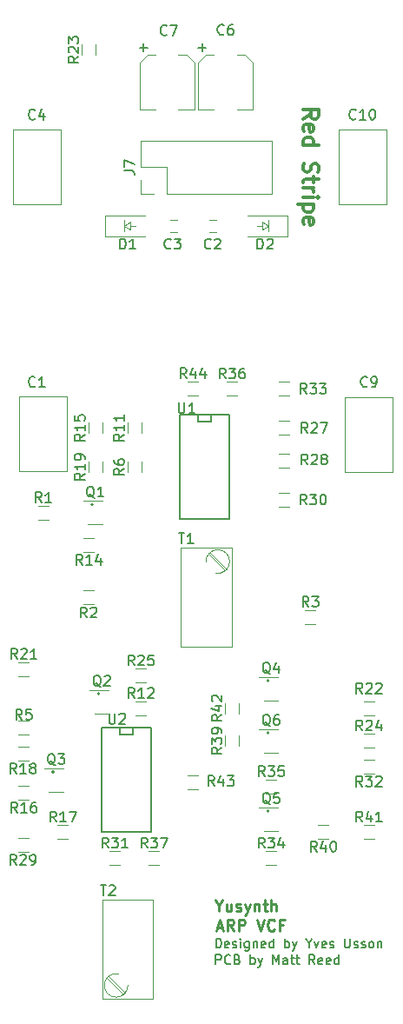
<source format=gto>
G04 #@! TF.FileFunction,Legend,Top*
%FSLAX46Y46*%
G04 Gerber Fmt 4.6, Leading zero omitted, Abs format (unit mm)*
G04 Created by KiCad (PCBNEW 4.0.6) date Tuesday, December 12, 2017 'AMt' 12:19:16 AM*
%MOMM*%
%LPD*%
G01*
G04 APERTURE LIST*
%ADD10C,0.100000*%
%ADD11C,0.180000*%
%ADD12C,0.240000*%
%ADD13C,0.300000*%
%ADD14C,0.120000*%
%ADD15C,0.150000*%
G04 APERTURE END LIST*
D10*
D11*
X176214286Y-158907143D02*
X176214286Y-158007143D01*
X176557143Y-158007143D01*
X176642857Y-158050000D01*
X176685714Y-158092857D01*
X176728571Y-158178571D01*
X176728571Y-158307143D01*
X176685714Y-158392857D01*
X176642857Y-158435714D01*
X176557143Y-158478571D01*
X176214286Y-158478571D01*
X177628571Y-158821429D02*
X177585714Y-158864286D01*
X177457143Y-158907143D01*
X177371429Y-158907143D01*
X177242857Y-158864286D01*
X177157143Y-158778571D01*
X177114286Y-158692857D01*
X177071429Y-158521429D01*
X177071429Y-158392857D01*
X177114286Y-158221429D01*
X177157143Y-158135714D01*
X177242857Y-158050000D01*
X177371429Y-158007143D01*
X177457143Y-158007143D01*
X177585714Y-158050000D01*
X177628571Y-158092857D01*
X178314286Y-158435714D02*
X178442857Y-158478571D01*
X178485714Y-158521429D01*
X178528571Y-158607143D01*
X178528571Y-158735714D01*
X178485714Y-158821429D01*
X178442857Y-158864286D01*
X178357143Y-158907143D01*
X178014286Y-158907143D01*
X178014286Y-158007143D01*
X178314286Y-158007143D01*
X178400000Y-158050000D01*
X178442857Y-158092857D01*
X178485714Y-158178571D01*
X178485714Y-158264286D01*
X178442857Y-158350000D01*
X178400000Y-158392857D01*
X178314286Y-158435714D01*
X178014286Y-158435714D01*
X179600000Y-158907143D02*
X179600000Y-158007143D01*
X179600000Y-158350000D02*
X179685714Y-158307143D01*
X179857143Y-158307143D01*
X179942857Y-158350000D01*
X179985714Y-158392857D01*
X180028571Y-158478571D01*
X180028571Y-158735714D01*
X179985714Y-158821429D01*
X179942857Y-158864286D01*
X179857143Y-158907143D01*
X179685714Y-158907143D01*
X179600000Y-158864286D01*
X180328571Y-158307143D02*
X180542857Y-158907143D01*
X180757143Y-158307143D02*
X180542857Y-158907143D01*
X180457143Y-159121429D01*
X180414286Y-159164286D01*
X180328571Y-159207143D01*
X181785714Y-158907143D02*
X181785714Y-158007143D01*
X182085714Y-158650000D01*
X182385714Y-158007143D01*
X182385714Y-158907143D01*
X183199999Y-158907143D02*
X183199999Y-158435714D01*
X183157142Y-158350000D01*
X183071428Y-158307143D01*
X182899999Y-158307143D01*
X182814285Y-158350000D01*
X183199999Y-158864286D02*
X183114285Y-158907143D01*
X182899999Y-158907143D01*
X182814285Y-158864286D01*
X182771428Y-158778571D01*
X182771428Y-158692857D01*
X182814285Y-158607143D01*
X182899999Y-158564286D01*
X183114285Y-158564286D01*
X183199999Y-158521429D01*
X183499999Y-158307143D02*
X183842856Y-158307143D01*
X183628571Y-158007143D02*
X183628571Y-158778571D01*
X183671428Y-158864286D01*
X183757142Y-158907143D01*
X183842856Y-158907143D01*
X184014285Y-158307143D02*
X184357142Y-158307143D01*
X184142857Y-158007143D02*
X184142857Y-158778571D01*
X184185714Y-158864286D01*
X184271428Y-158907143D01*
X184357142Y-158907143D01*
X185857142Y-158907143D02*
X185557142Y-158478571D01*
X185342857Y-158907143D02*
X185342857Y-158007143D01*
X185685714Y-158007143D01*
X185771428Y-158050000D01*
X185814285Y-158092857D01*
X185857142Y-158178571D01*
X185857142Y-158307143D01*
X185814285Y-158392857D01*
X185771428Y-158435714D01*
X185685714Y-158478571D01*
X185342857Y-158478571D01*
X186585714Y-158864286D02*
X186500000Y-158907143D01*
X186328571Y-158907143D01*
X186242857Y-158864286D01*
X186200000Y-158778571D01*
X186200000Y-158435714D01*
X186242857Y-158350000D01*
X186328571Y-158307143D01*
X186500000Y-158307143D01*
X186585714Y-158350000D01*
X186628571Y-158435714D01*
X186628571Y-158521429D01*
X186200000Y-158607143D01*
X187357143Y-158864286D02*
X187271429Y-158907143D01*
X187100000Y-158907143D01*
X187014286Y-158864286D01*
X186971429Y-158778571D01*
X186971429Y-158435714D01*
X187014286Y-158350000D01*
X187100000Y-158307143D01*
X187271429Y-158307143D01*
X187357143Y-158350000D01*
X187400000Y-158435714D01*
X187400000Y-158521429D01*
X186971429Y-158607143D01*
X188171429Y-158907143D02*
X188171429Y-158007143D01*
X188171429Y-158864286D02*
X188085715Y-158907143D01*
X187914286Y-158907143D01*
X187828572Y-158864286D01*
X187785715Y-158821429D01*
X187742858Y-158735714D01*
X187742858Y-158478571D01*
X187785715Y-158392857D01*
X187828572Y-158350000D01*
X187914286Y-158307143D01*
X188085715Y-158307143D01*
X188171429Y-158350000D01*
X176221429Y-157307143D02*
X176221429Y-156407143D01*
X176435714Y-156407143D01*
X176564286Y-156450000D01*
X176650000Y-156535714D01*
X176692857Y-156621429D01*
X176735714Y-156792857D01*
X176735714Y-156921429D01*
X176692857Y-157092857D01*
X176650000Y-157178571D01*
X176564286Y-157264286D01*
X176435714Y-157307143D01*
X176221429Y-157307143D01*
X177464286Y-157264286D02*
X177378572Y-157307143D01*
X177207143Y-157307143D01*
X177121429Y-157264286D01*
X177078572Y-157178571D01*
X177078572Y-156835714D01*
X177121429Y-156750000D01*
X177207143Y-156707143D01*
X177378572Y-156707143D01*
X177464286Y-156750000D01*
X177507143Y-156835714D01*
X177507143Y-156921429D01*
X177078572Y-157007143D01*
X177850001Y-157264286D02*
X177935715Y-157307143D01*
X178107143Y-157307143D01*
X178192858Y-157264286D01*
X178235715Y-157178571D01*
X178235715Y-157135714D01*
X178192858Y-157050000D01*
X178107143Y-157007143D01*
X177978572Y-157007143D01*
X177892858Y-156964286D01*
X177850001Y-156878571D01*
X177850001Y-156835714D01*
X177892858Y-156750000D01*
X177978572Y-156707143D01*
X178107143Y-156707143D01*
X178192858Y-156750000D01*
X178621429Y-157307143D02*
X178621429Y-156707143D01*
X178621429Y-156407143D02*
X178578572Y-156450000D01*
X178621429Y-156492857D01*
X178664286Y-156450000D01*
X178621429Y-156407143D01*
X178621429Y-156492857D01*
X179435714Y-156707143D02*
X179435714Y-157435714D01*
X179392857Y-157521429D01*
X179350000Y-157564286D01*
X179264285Y-157607143D01*
X179135714Y-157607143D01*
X179050000Y-157564286D01*
X179435714Y-157264286D02*
X179350000Y-157307143D01*
X179178571Y-157307143D01*
X179092857Y-157264286D01*
X179050000Y-157221429D01*
X179007143Y-157135714D01*
X179007143Y-156878571D01*
X179050000Y-156792857D01*
X179092857Y-156750000D01*
X179178571Y-156707143D01*
X179350000Y-156707143D01*
X179435714Y-156750000D01*
X179864286Y-156707143D02*
X179864286Y-157307143D01*
X179864286Y-156792857D02*
X179907143Y-156750000D01*
X179992857Y-156707143D01*
X180121429Y-156707143D01*
X180207143Y-156750000D01*
X180250000Y-156835714D01*
X180250000Y-157307143D01*
X181021429Y-157264286D02*
X180935715Y-157307143D01*
X180764286Y-157307143D01*
X180678572Y-157264286D01*
X180635715Y-157178571D01*
X180635715Y-156835714D01*
X180678572Y-156750000D01*
X180764286Y-156707143D01*
X180935715Y-156707143D01*
X181021429Y-156750000D01*
X181064286Y-156835714D01*
X181064286Y-156921429D01*
X180635715Y-157007143D01*
X181835715Y-157307143D02*
X181835715Y-156407143D01*
X181835715Y-157264286D02*
X181750001Y-157307143D01*
X181578572Y-157307143D01*
X181492858Y-157264286D01*
X181450001Y-157221429D01*
X181407144Y-157135714D01*
X181407144Y-156878571D01*
X181450001Y-156792857D01*
X181492858Y-156750000D01*
X181578572Y-156707143D01*
X181750001Y-156707143D01*
X181835715Y-156750000D01*
X182950001Y-157307143D02*
X182950001Y-156407143D01*
X182950001Y-156750000D02*
X183035715Y-156707143D01*
X183207144Y-156707143D01*
X183292858Y-156750000D01*
X183335715Y-156792857D01*
X183378572Y-156878571D01*
X183378572Y-157135714D01*
X183335715Y-157221429D01*
X183292858Y-157264286D01*
X183207144Y-157307143D01*
X183035715Y-157307143D01*
X182950001Y-157264286D01*
X183678572Y-156707143D02*
X183892858Y-157307143D01*
X184107144Y-156707143D02*
X183892858Y-157307143D01*
X183807144Y-157521429D01*
X183764287Y-157564286D01*
X183678572Y-157607143D01*
X185307143Y-156878571D02*
X185307143Y-157307143D01*
X185007143Y-156407143D02*
X185307143Y-156878571D01*
X185607143Y-156407143D01*
X185821429Y-156707143D02*
X186035715Y-157307143D01*
X186250001Y-156707143D01*
X186935715Y-157264286D02*
X186850001Y-157307143D01*
X186678572Y-157307143D01*
X186592858Y-157264286D01*
X186550001Y-157178571D01*
X186550001Y-156835714D01*
X186592858Y-156750000D01*
X186678572Y-156707143D01*
X186850001Y-156707143D01*
X186935715Y-156750000D01*
X186978572Y-156835714D01*
X186978572Y-156921429D01*
X186550001Y-157007143D01*
X187321430Y-157264286D02*
X187407144Y-157307143D01*
X187578572Y-157307143D01*
X187664287Y-157264286D01*
X187707144Y-157178571D01*
X187707144Y-157135714D01*
X187664287Y-157050000D01*
X187578572Y-157007143D01*
X187450001Y-157007143D01*
X187364287Y-156964286D01*
X187321430Y-156878571D01*
X187321430Y-156835714D01*
X187364287Y-156750000D01*
X187450001Y-156707143D01*
X187578572Y-156707143D01*
X187664287Y-156750000D01*
X188778572Y-156407143D02*
X188778572Y-157135714D01*
X188821429Y-157221429D01*
X188864286Y-157264286D01*
X188950000Y-157307143D01*
X189121429Y-157307143D01*
X189207143Y-157264286D01*
X189250000Y-157221429D01*
X189292857Y-157135714D01*
X189292857Y-156407143D01*
X189678572Y-157264286D02*
X189764286Y-157307143D01*
X189935714Y-157307143D01*
X190021429Y-157264286D01*
X190064286Y-157178571D01*
X190064286Y-157135714D01*
X190021429Y-157050000D01*
X189935714Y-157007143D01*
X189807143Y-157007143D01*
X189721429Y-156964286D01*
X189678572Y-156878571D01*
X189678572Y-156835714D01*
X189721429Y-156750000D01*
X189807143Y-156707143D01*
X189935714Y-156707143D01*
X190021429Y-156750000D01*
X190407143Y-157264286D02*
X190492857Y-157307143D01*
X190664285Y-157307143D01*
X190750000Y-157264286D01*
X190792857Y-157178571D01*
X190792857Y-157135714D01*
X190750000Y-157050000D01*
X190664285Y-157007143D01*
X190535714Y-157007143D01*
X190450000Y-156964286D01*
X190407143Y-156878571D01*
X190407143Y-156835714D01*
X190450000Y-156750000D01*
X190535714Y-156707143D01*
X190664285Y-156707143D01*
X190750000Y-156750000D01*
X191307142Y-157307143D02*
X191221428Y-157264286D01*
X191178571Y-157221429D01*
X191135714Y-157135714D01*
X191135714Y-156878571D01*
X191178571Y-156792857D01*
X191221428Y-156750000D01*
X191307142Y-156707143D01*
X191435714Y-156707143D01*
X191521428Y-156750000D01*
X191564285Y-156792857D01*
X191607142Y-156878571D01*
X191607142Y-157135714D01*
X191564285Y-157221429D01*
X191521428Y-157264286D01*
X191435714Y-157307143D01*
X191307142Y-157307143D01*
X191992857Y-156707143D02*
X191992857Y-157307143D01*
X191992857Y-156792857D02*
X192035714Y-156750000D01*
X192121428Y-156707143D01*
X192250000Y-156707143D01*
X192335714Y-156750000D01*
X192378571Y-156835714D01*
X192378571Y-157307143D01*
D12*
X176509525Y-153228810D02*
X176509525Y-153752619D01*
X176142858Y-152652619D02*
X176509525Y-153228810D01*
X176876191Y-152652619D01*
X177714286Y-153019286D02*
X177714286Y-153752619D01*
X177242858Y-153019286D02*
X177242858Y-153595476D01*
X177295239Y-153700238D01*
X177400001Y-153752619D01*
X177557143Y-153752619D01*
X177661905Y-153700238D01*
X177714286Y-153647857D01*
X178185715Y-153700238D02*
X178290477Y-153752619D01*
X178500001Y-153752619D01*
X178604762Y-153700238D01*
X178657143Y-153595476D01*
X178657143Y-153543095D01*
X178604762Y-153438333D01*
X178500001Y-153385952D01*
X178342858Y-153385952D01*
X178238096Y-153333571D01*
X178185715Y-153228810D01*
X178185715Y-153176429D01*
X178238096Y-153071667D01*
X178342858Y-153019286D01*
X178500001Y-153019286D01*
X178604762Y-153071667D01*
X179023810Y-153019286D02*
X179285715Y-153752619D01*
X179547619Y-153019286D02*
X179285715Y-153752619D01*
X179180953Y-154014524D01*
X179128572Y-154066905D01*
X179023810Y-154119286D01*
X179966667Y-153019286D02*
X179966667Y-153752619D01*
X179966667Y-153124048D02*
X180019048Y-153071667D01*
X180123810Y-153019286D01*
X180280952Y-153019286D01*
X180385714Y-153071667D01*
X180438095Y-153176429D01*
X180438095Y-153752619D01*
X180804762Y-153019286D02*
X181223810Y-153019286D01*
X180961905Y-152652619D02*
X180961905Y-153595476D01*
X181014286Y-153700238D01*
X181119048Y-153752619D01*
X181223810Y-153752619D01*
X181590476Y-153752619D02*
X181590476Y-152652619D01*
X182061904Y-153752619D02*
X182061904Y-153176429D01*
X182009523Y-153071667D01*
X181904761Y-153019286D01*
X181747619Y-153019286D01*
X181642857Y-153071667D01*
X181590476Y-153124048D01*
X176326191Y-155328333D02*
X176850000Y-155328333D01*
X176221429Y-155642619D02*
X176588096Y-154542619D01*
X176954762Y-155642619D01*
X177950000Y-155642619D02*
X177583334Y-155118810D01*
X177321429Y-155642619D02*
X177321429Y-154542619D01*
X177740476Y-154542619D01*
X177845238Y-154595000D01*
X177897619Y-154647381D01*
X177950000Y-154752143D01*
X177950000Y-154909286D01*
X177897619Y-155014048D01*
X177845238Y-155066429D01*
X177740476Y-155118810D01*
X177321429Y-155118810D01*
X178421429Y-155642619D02*
X178421429Y-154542619D01*
X178840476Y-154542619D01*
X178945238Y-154595000D01*
X178997619Y-154647381D01*
X179050000Y-154752143D01*
X179050000Y-154909286D01*
X178997619Y-155014048D01*
X178945238Y-155066429D01*
X178840476Y-155118810D01*
X178421429Y-155118810D01*
X180202381Y-154542619D02*
X180569048Y-155642619D01*
X180935714Y-154542619D01*
X181930952Y-155537857D02*
X181878571Y-155590238D01*
X181721428Y-155642619D01*
X181616666Y-155642619D01*
X181459524Y-155590238D01*
X181354762Y-155485476D01*
X181302381Y-155380714D01*
X181250000Y-155171190D01*
X181250000Y-155014048D01*
X181302381Y-154804524D01*
X181354762Y-154699762D01*
X181459524Y-154595000D01*
X181616666Y-154542619D01*
X181721428Y-154542619D01*
X181878571Y-154595000D01*
X181930952Y-154647381D01*
X182769047Y-155066429D02*
X182402381Y-155066429D01*
X182402381Y-155642619D02*
X182402381Y-154542619D01*
X182926190Y-154542619D01*
D13*
X184741429Y-76565715D02*
X185455714Y-76065715D01*
X184741429Y-75708572D02*
X186241429Y-75708572D01*
X186241429Y-76280000D01*
X186170000Y-76422858D01*
X186098571Y-76494286D01*
X185955714Y-76565715D01*
X185741429Y-76565715D01*
X185598571Y-76494286D01*
X185527143Y-76422858D01*
X185455714Y-76280000D01*
X185455714Y-75708572D01*
X184812857Y-77780000D02*
X184741429Y-77637143D01*
X184741429Y-77351429D01*
X184812857Y-77208572D01*
X184955714Y-77137143D01*
X185527143Y-77137143D01*
X185670000Y-77208572D01*
X185741429Y-77351429D01*
X185741429Y-77637143D01*
X185670000Y-77780000D01*
X185527143Y-77851429D01*
X185384286Y-77851429D01*
X185241429Y-77137143D01*
X184741429Y-79137143D02*
X186241429Y-79137143D01*
X184812857Y-79137143D02*
X184741429Y-78994286D01*
X184741429Y-78708572D01*
X184812857Y-78565714D01*
X184884286Y-78494286D01*
X185027143Y-78422857D01*
X185455714Y-78422857D01*
X185598571Y-78494286D01*
X185670000Y-78565714D01*
X185741429Y-78708572D01*
X185741429Y-78994286D01*
X185670000Y-79137143D01*
X184812857Y-80922857D02*
X184741429Y-81137143D01*
X184741429Y-81494286D01*
X184812857Y-81637143D01*
X184884286Y-81708572D01*
X185027143Y-81780000D01*
X185170000Y-81780000D01*
X185312857Y-81708572D01*
X185384286Y-81637143D01*
X185455714Y-81494286D01*
X185527143Y-81208572D01*
X185598571Y-81065714D01*
X185670000Y-80994286D01*
X185812857Y-80922857D01*
X185955714Y-80922857D01*
X186098571Y-80994286D01*
X186170000Y-81065714D01*
X186241429Y-81208572D01*
X186241429Y-81565714D01*
X186170000Y-81780000D01*
X185741429Y-82208571D02*
X185741429Y-82780000D01*
X186241429Y-82422857D02*
X184955714Y-82422857D01*
X184812857Y-82494285D01*
X184741429Y-82637143D01*
X184741429Y-82780000D01*
X184741429Y-83280000D02*
X185741429Y-83280000D01*
X185455714Y-83280000D02*
X185598571Y-83351428D01*
X185670000Y-83422857D01*
X185741429Y-83565714D01*
X185741429Y-83708571D01*
X184741429Y-84208571D02*
X185741429Y-84208571D01*
X186241429Y-84208571D02*
X186170000Y-84137142D01*
X186098571Y-84208571D01*
X186170000Y-84279999D01*
X186241429Y-84208571D01*
X186098571Y-84208571D01*
X185741429Y-84922857D02*
X184241429Y-84922857D01*
X185670000Y-84922857D02*
X185741429Y-85065714D01*
X185741429Y-85351428D01*
X185670000Y-85494285D01*
X185598571Y-85565714D01*
X185455714Y-85637143D01*
X185027143Y-85637143D01*
X184884286Y-85565714D01*
X184812857Y-85494285D01*
X184741429Y-85351428D01*
X184741429Y-85065714D01*
X184812857Y-84922857D01*
X184812857Y-86851428D02*
X184741429Y-86708571D01*
X184741429Y-86422857D01*
X184812857Y-86280000D01*
X184955714Y-86208571D01*
X185527143Y-86208571D01*
X185670000Y-86280000D01*
X185741429Y-86422857D01*
X185741429Y-86708571D01*
X185670000Y-86851428D01*
X185527143Y-86922857D01*
X185384286Y-86922857D01*
X185241429Y-86208571D01*
D14*
X175545000Y-86395000D02*
X176245000Y-86395000D01*
X176245000Y-87595000D02*
X175545000Y-87595000D01*
X172435000Y-87595000D02*
X171735000Y-87595000D01*
X171735000Y-86395000D02*
X172435000Y-86395000D01*
X174495000Y-75695000D02*
X176045000Y-75695000D01*
X179835000Y-75695000D02*
X178285000Y-75695000D01*
X179075000Y-70355000D02*
X178285000Y-70355000D01*
X175255000Y-70355000D02*
X176045000Y-70355000D01*
X179835000Y-75695000D02*
X179835000Y-71115000D01*
X179835000Y-71115000D02*
X179075000Y-70355000D01*
X175255000Y-70355000D02*
X174495000Y-71115000D01*
X174495000Y-71115000D02*
X174495000Y-75695000D01*
X168780000Y-75695000D02*
X170330000Y-75695000D01*
X174120000Y-75695000D02*
X172570000Y-75695000D01*
X173360000Y-70355000D02*
X172570000Y-70355000D01*
X169540000Y-70355000D02*
X170330000Y-70355000D01*
X174120000Y-75695000D02*
X174120000Y-71115000D01*
X174120000Y-71115000D02*
X173360000Y-70355000D01*
X169540000Y-70355000D02*
X168780000Y-71115000D01*
X168780000Y-71115000D02*
X168780000Y-75695000D01*
X159885000Y-115615000D02*
X158885000Y-115615000D01*
X158885000Y-114255000D02*
X159885000Y-114255000D01*
X164330000Y-123870000D02*
X163330000Y-123870000D01*
X163330000Y-122510000D02*
X164330000Y-122510000D01*
X185920000Y-125775000D02*
X184920000Y-125775000D01*
X184920000Y-124415000D02*
X185920000Y-124415000D01*
X157980000Y-136570000D02*
X156980000Y-136570000D01*
X156980000Y-135210000D02*
X157980000Y-135210000D01*
X168955000Y-109990000D02*
X168955000Y-110990000D01*
X167595000Y-110990000D02*
X167595000Y-109990000D01*
X167595000Y-107180000D02*
X167595000Y-106180000D01*
X168955000Y-106180000D02*
X168955000Y-107180000D01*
X169410000Y-134665000D02*
X168410000Y-134665000D01*
X168410000Y-133305000D02*
X169410000Y-133305000D01*
X163330000Y-117430000D02*
X164330000Y-117430000D01*
X164330000Y-118790000D02*
X163330000Y-118790000D01*
X163785000Y-107180000D02*
X163785000Y-106180000D01*
X165145000Y-106180000D02*
X165145000Y-107180000D01*
X156980000Y-141560000D02*
X157980000Y-141560000D01*
X157980000Y-142920000D02*
X156980000Y-142920000D01*
X161790000Y-146730000D02*
X160790000Y-146730000D01*
X160790000Y-145370000D02*
X161790000Y-145370000D01*
X157980000Y-139110000D02*
X156980000Y-139110000D01*
X156980000Y-137750000D02*
X157980000Y-137750000D01*
X163785000Y-110990000D02*
X163785000Y-109990000D01*
X165145000Y-109990000D02*
X165145000Y-110990000D01*
X157980000Y-130855000D02*
X156980000Y-130855000D01*
X156980000Y-129495000D02*
X157980000Y-129495000D01*
X190635000Y-133305000D02*
X191635000Y-133305000D01*
X191635000Y-134665000D02*
X190635000Y-134665000D01*
X164510000Y-69350000D02*
X164510000Y-70350000D01*
X163150000Y-70350000D02*
X163150000Y-69350000D01*
X191635000Y-137840000D02*
X190635000Y-137840000D01*
X190635000Y-136480000D02*
X191635000Y-136480000D01*
X169410000Y-131490000D02*
X168410000Y-131490000D01*
X168410000Y-130130000D02*
X169410000Y-130130000D01*
X183380000Y-107360000D02*
X182380000Y-107360000D01*
X182380000Y-106000000D02*
X183380000Y-106000000D01*
X182380000Y-109175000D02*
X183380000Y-109175000D01*
X183380000Y-110535000D02*
X182380000Y-110535000D01*
X157980000Y-148000000D02*
X156980000Y-148000000D01*
X156980000Y-146640000D02*
X157980000Y-146640000D01*
X182380000Y-112985000D02*
X183380000Y-112985000D01*
X183380000Y-114345000D02*
X182380000Y-114345000D01*
X166870000Y-149270000D02*
X165870000Y-149270000D01*
X165870000Y-147910000D02*
X166870000Y-147910000D01*
X190635000Y-139020000D02*
X191635000Y-139020000D01*
X191635000Y-140380000D02*
X190635000Y-140380000D01*
X183380000Y-103550000D02*
X182380000Y-103550000D01*
X182380000Y-102190000D02*
X183380000Y-102190000D01*
X182110000Y-149270000D02*
X181110000Y-149270000D01*
X181110000Y-147910000D02*
X182110000Y-147910000D01*
X182110000Y-142285000D02*
X181110000Y-142285000D01*
X181110000Y-140925000D02*
X182110000Y-140925000D01*
X178300000Y-103550000D02*
X177300000Y-103550000D01*
X177300000Y-102190000D02*
X178300000Y-102190000D01*
X170680000Y-149270000D02*
X169680000Y-149270000D01*
X169680000Y-147910000D02*
X170680000Y-147910000D01*
X178480000Y-136660000D02*
X178480000Y-137660000D01*
X177120000Y-137660000D02*
X177120000Y-136660000D01*
X186190000Y-145370000D02*
X187190000Y-145370000D01*
X187190000Y-146730000D02*
X186190000Y-146730000D01*
X191635000Y-146730000D02*
X190635000Y-146730000D01*
X190635000Y-145370000D02*
X191635000Y-145370000D01*
X178480000Y-133485000D02*
X178480000Y-134485000D01*
X177120000Y-134485000D02*
X177120000Y-133485000D01*
X174490000Y-141850000D02*
X173490000Y-141850000D01*
X173490000Y-140490000D02*
X174490000Y-140490000D01*
X175255704Y-119735309D02*
G75*
G02X177565000Y-119695000I1154296J40309D01*
G01*
X177564052Y-119674879D02*
G75*
G02X176170000Y-120824000I-1154052J-20121D01*
G01*
X172790000Y-128015000D02*
X172790000Y-118365000D01*
X177741000Y-128015000D02*
X177741000Y-118365000D01*
X172790000Y-128015000D02*
X177741000Y-128015000D01*
X172790000Y-118365000D02*
X177741000Y-118365000D01*
X175676000Y-118819000D02*
X177286000Y-120430000D01*
X175535000Y-118959000D02*
X177145000Y-120571000D01*
X167644296Y-160934691D02*
G75*
G02X165335000Y-160975000I-1154296J-40309D01*
G01*
X165335948Y-160995121D02*
G75*
G02X166730000Y-159846000I1154052J20121D01*
G01*
X170110000Y-152655000D02*
X170110000Y-162305000D01*
X165159000Y-152655000D02*
X165159000Y-162305000D01*
X170110000Y-152655000D02*
X165159000Y-152655000D01*
X170110000Y-162305000D02*
X165159000Y-162305000D01*
X167224000Y-161851000D02*
X165614000Y-160240000D01*
X167365000Y-161711000D02*
X165755000Y-160099000D01*
D15*
X177546000Y-115570000D02*
X172720000Y-115570000D01*
X172720000Y-115570000D02*
X172720000Y-105410000D01*
X172720000Y-105410000D02*
X177546000Y-105410000D01*
X177546000Y-105410000D02*
X177546000Y-115570000D01*
X175768000Y-105410000D02*
X175768000Y-106045000D01*
X175768000Y-106045000D02*
X174498000Y-106045000D01*
X174498000Y-106045000D02*
X174498000Y-105410000D01*
X169926000Y-146050000D02*
X165100000Y-146050000D01*
X165100000Y-146050000D02*
X165100000Y-135890000D01*
X165100000Y-135890000D02*
X169926000Y-135890000D01*
X169926000Y-135890000D02*
X169926000Y-146050000D01*
X168148000Y-135890000D02*
X168148000Y-136525000D01*
X168148000Y-136525000D02*
X166878000Y-136525000D01*
X166878000Y-136525000D02*
X166878000Y-135890000D01*
D14*
X181670000Y-83880000D02*
X181670000Y-78680000D01*
X171450000Y-83880000D02*
X181670000Y-83880000D01*
X168850000Y-78680000D02*
X181670000Y-78680000D01*
X171450000Y-83880000D02*
X171450000Y-81280000D01*
X171450000Y-81280000D02*
X168850000Y-81280000D01*
X168850000Y-81280000D02*
X168850000Y-78680000D01*
X170180000Y-83880000D02*
X168850000Y-83880000D01*
X168850000Y-83880000D02*
X168850000Y-82550000D01*
X161695000Y-103615000D02*
X161695000Y-110935000D01*
X157075000Y-103615000D02*
X157075000Y-110935000D01*
X161695000Y-103615000D02*
X157075000Y-103615000D01*
X161695000Y-110935000D02*
X157075000Y-110935000D01*
X161060000Y-77580000D02*
X161060000Y-84900000D01*
X156440000Y-77580000D02*
X156440000Y-84900000D01*
X161060000Y-77580000D02*
X156440000Y-77580000D01*
X161060000Y-84900000D02*
X156440000Y-84900000D01*
X188825000Y-111015000D02*
X188825000Y-103695000D01*
X193445000Y-111015000D02*
X193445000Y-103695000D01*
X188825000Y-111015000D02*
X193445000Y-111015000D01*
X188825000Y-103695000D02*
X193445000Y-103695000D01*
X192810000Y-77580000D02*
X192810000Y-84900000D01*
X188190000Y-77580000D02*
X188190000Y-84900000D01*
X192810000Y-77580000D02*
X188190000Y-77580000D01*
X192810000Y-84900000D02*
X188190000Y-84900000D01*
X173490000Y-102190000D02*
X174490000Y-102190000D01*
X174490000Y-103550000D02*
X173490000Y-103550000D01*
X183225000Y-87995000D02*
X183225000Y-85995000D01*
D10*
X180725000Y-86995000D02*
X180225000Y-86995000D01*
X180725000Y-86595000D02*
X181325000Y-86995000D01*
X180725000Y-87395000D02*
X180725000Y-86595000D01*
X181325000Y-86995000D02*
X180725000Y-87395000D01*
X181325000Y-86995000D02*
X181325000Y-86445000D01*
X181325000Y-86995000D02*
X181325000Y-87545000D01*
D14*
X183225000Y-85995000D02*
X179325000Y-85995000D01*
X183225000Y-87995000D02*
X179325000Y-87995000D01*
X165390000Y-85995000D02*
X165390000Y-87995000D01*
D10*
X167890000Y-86995000D02*
X168390000Y-86995000D01*
X167890000Y-87395000D02*
X167290000Y-86995000D01*
X167890000Y-86595000D02*
X167890000Y-87395000D01*
X167290000Y-86995000D02*
X167890000Y-86595000D01*
X167290000Y-86995000D02*
X167290000Y-87545000D01*
X167290000Y-86995000D02*
X167290000Y-86445000D01*
D14*
X165390000Y-87995000D02*
X169290000Y-87995000D01*
X165390000Y-85995000D02*
X169290000Y-85995000D01*
D15*
X181397580Y-136376740D02*
G75*
G03X181397580Y-136376740I-100000J0D01*
G01*
D14*
X182310000Y-136000000D02*
X180410000Y-136000000D01*
X180910000Y-138320000D02*
X182310000Y-138320000D01*
D15*
X181397580Y-143996740D02*
G75*
G03X181397580Y-143996740I-100000J0D01*
G01*
D14*
X182310000Y-143620000D02*
X180410000Y-143620000D01*
X180910000Y-145940000D02*
X182310000Y-145940000D01*
D15*
X181397580Y-131296740D02*
G75*
G03X181397580Y-131296740I-100000J0D01*
G01*
D14*
X182310000Y-130920000D02*
X180410000Y-130920000D01*
X180910000Y-133240000D02*
X182310000Y-133240000D01*
D15*
X160442580Y-140186740D02*
G75*
G03X160442580Y-140186740I-100000J0D01*
G01*
D14*
X161355000Y-139810000D02*
X159455000Y-139810000D01*
X159955000Y-142130000D02*
X161355000Y-142130000D01*
D15*
X164887580Y-132566740D02*
G75*
G03X164887580Y-132566740I-100000J0D01*
G01*
D14*
X165800000Y-132190000D02*
X163900000Y-132190000D01*
X164400000Y-134510000D02*
X165800000Y-134510000D01*
D15*
X164252580Y-114151740D02*
G75*
G03X164252580Y-114151740I-100000J0D01*
G01*
D14*
X165165000Y-113775000D02*
X163265000Y-113775000D01*
X163765000Y-116095000D02*
X165165000Y-116095000D01*
D15*
X175733334Y-89157143D02*
X175685715Y-89204762D01*
X175542858Y-89252381D01*
X175447620Y-89252381D01*
X175304762Y-89204762D01*
X175209524Y-89109524D01*
X175161905Y-89014286D01*
X175114286Y-88823810D01*
X175114286Y-88680952D01*
X175161905Y-88490476D01*
X175209524Y-88395238D01*
X175304762Y-88300000D01*
X175447620Y-88252381D01*
X175542858Y-88252381D01*
X175685715Y-88300000D01*
X175733334Y-88347619D01*
X176114286Y-88347619D02*
X176161905Y-88300000D01*
X176257143Y-88252381D01*
X176495239Y-88252381D01*
X176590477Y-88300000D01*
X176638096Y-88347619D01*
X176685715Y-88442857D01*
X176685715Y-88538095D01*
X176638096Y-88680952D01*
X176066667Y-89252381D01*
X176685715Y-89252381D01*
X171833334Y-89157143D02*
X171785715Y-89204762D01*
X171642858Y-89252381D01*
X171547620Y-89252381D01*
X171404762Y-89204762D01*
X171309524Y-89109524D01*
X171261905Y-89014286D01*
X171214286Y-88823810D01*
X171214286Y-88680952D01*
X171261905Y-88490476D01*
X171309524Y-88395238D01*
X171404762Y-88300000D01*
X171547620Y-88252381D01*
X171642858Y-88252381D01*
X171785715Y-88300000D01*
X171833334Y-88347619D01*
X172166667Y-88252381D02*
X172785715Y-88252381D01*
X172452381Y-88633333D01*
X172595239Y-88633333D01*
X172690477Y-88680952D01*
X172738096Y-88728571D01*
X172785715Y-88823810D01*
X172785715Y-89061905D01*
X172738096Y-89157143D01*
X172690477Y-89204762D01*
X172595239Y-89252381D01*
X172309524Y-89252381D01*
X172214286Y-89204762D01*
X172166667Y-89157143D01*
X176998334Y-68302143D02*
X176950715Y-68349762D01*
X176807858Y-68397381D01*
X176712620Y-68397381D01*
X176569762Y-68349762D01*
X176474524Y-68254524D01*
X176426905Y-68159286D01*
X176379286Y-67968810D01*
X176379286Y-67825952D01*
X176426905Y-67635476D01*
X176474524Y-67540238D01*
X176569762Y-67445000D01*
X176712620Y-67397381D01*
X176807858Y-67397381D01*
X176950715Y-67445000D01*
X176998334Y-67492619D01*
X177855477Y-67397381D02*
X177665000Y-67397381D01*
X177569762Y-67445000D01*
X177522143Y-67492619D01*
X177426905Y-67635476D01*
X177379286Y-67825952D01*
X177379286Y-68206905D01*
X177426905Y-68302143D01*
X177474524Y-68349762D01*
X177569762Y-68397381D01*
X177760239Y-68397381D01*
X177855477Y-68349762D01*
X177903096Y-68302143D01*
X177950715Y-68206905D01*
X177950715Y-67968810D01*
X177903096Y-67873571D01*
X177855477Y-67825952D01*
X177760239Y-67778333D01*
X177569762Y-67778333D01*
X177474524Y-67825952D01*
X177426905Y-67873571D01*
X177379286Y-67968810D01*
X174876429Y-70025952D02*
X174876429Y-69264047D01*
X175257381Y-69644999D02*
X174495476Y-69644999D01*
X171433334Y-68357143D02*
X171385715Y-68404762D01*
X171242858Y-68452381D01*
X171147620Y-68452381D01*
X171004762Y-68404762D01*
X170909524Y-68309524D01*
X170861905Y-68214286D01*
X170814286Y-68023810D01*
X170814286Y-67880952D01*
X170861905Y-67690476D01*
X170909524Y-67595238D01*
X171004762Y-67500000D01*
X171147620Y-67452381D01*
X171242858Y-67452381D01*
X171385715Y-67500000D01*
X171433334Y-67547619D01*
X171766667Y-67452381D02*
X172433334Y-67452381D01*
X172004762Y-68452381D01*
X169161429Y-70025952D02*
X169161429Y-69264047D01*
X169542381Y-69644999D02*
X168780476Y-69644999D01*
X159218334Y-113937381D02*
X158885000Y-113461190D01*
X158646905Y-113937381D02*
X158646905Y-112937381D01*
X159027858Y-112937381D01*
X159123096Y-112985000D01*
X159170715Y-113032619D01*
X159218334Y-113127857D01*
X159218334Y-113270714D01*
X159170715Y-113365952D01*
X159123096Y-113413571D01*
X159027858Y-113461190D01*
X158646905Y-113461190D01*
X160170715Y-113937381D02*
X159599286Y-113937381D01*
X159885000Y-113937381D02*
X159885000Y-112937381D01*
X159789762Y-113080238D01*
X159694524Y-113175476D01*
X159599286Y-113223095D01*
X163633334Y-125152381D02*
X163300000Y-124676190D01*
X163061905Y-125152381D02*
X163061905Y-124152381D01*
X163442858Y-124152381D01*
X163538096Y-124200000D01*
X163585715Y-124247619D01*
X163633334Y-124342857D01*
X163633334Y-124485714D01*
X163585715Y-124580952D01*
X163538096Y-124628571D01*
X163442858Y-124676190D01*
X163061905Y-124676190D01*
X164014286Y-124247619D02*
X164061905Y-124200000D01*
X164157143Y-124152381D01*
X164395239Y-124152381D01*
X164490477Y-124200000D01*
X164538096Y-124247619D01*
X164585715Y-124342857D01*
X164585715Y-124438095D01*
X164538096Y-124580952D01*
X163966667Y-125152381D01*
X164585715Y-125152381D01*
X185253334Y-124097381D02*
X184920000Y-123621190D01*
X184681905Y-124097381D02*
X184681905Y-123097381D01*
X185062858Y-123097381D01*
X185158096Y-123145000D01*
X185205715Y-123192619D01*
X185253334Y-123287857D01*
X185253334Y-123430714D01*
X185205715Y-123525952D01*
X185158096Y-123573571D01*
X185062858Y-123621190D01*
X184681905Y-123621190D01*
X185586667Y-123097381D02*
X186205715Y-123097381D01*
X185872381Y-123478333D01*
X186015239Y-123478333D01*
X186110477Y-123525952D01*
X186158096Y-123573571D01*
X186205715Y-123668810D01*
X186205715Y-123906905D01*
X186158096Y-124002143D01*
X186110477Y-124049762D01*
X186015239Y-124097381D01*
X185729524Y-124097381D01*
X185634286Y-124049762D01*
X185586667Y-124002143D01*
X157313334Y-135092381D02*
X156980000Y-134616190D01*
X156741905Y-135092381D02*
X156741905Y-134092381D01*
X157122858Y-134092381D01*
X157218096Y-134140000D01*
X157265715Y-134187619D01*
X157313334Y-134282857D01*
X157313334Y-134425714D01*
X157265715Y-134520952D01*
X157218096Y-134568571D01*
X157122858Y-134616190D01*
X156741905Y-134616190D01*
X158218096Y-134092381D02*
X157741905Y-134092381D01*
X157694286Y-134568571D01*
X157741905Y-134520952D01*
X157837143Y-134473333D01*
X158075239Y-134473333D01*
X158170477Y-134520952D01*
X158218096Y-134568571D01*
X158265715Y-134663810D01*
X158265715Y-134901905D01*
X158218096Y-134997143D01*
X158170477Y-135044762D01*
X158075239Y-135092381D01*
X157837143Y-135092381D01*
X157741905Y-135044762D01*
X157694286Y-134997143D01*
X167277381Y-110656666D02*
X166801190Y-110990000D01*
X167277381Y-111228095D02*
X166277381Y-111228095D01*
X166277381Y-110847142D01*
X166325000Y-110751904D01*
X166372619Y-110704285D01*
X166467857Y-110656666D01*
X166610714Y-110656666D01*
X166705952Y-110704285D01*
X166753571Y-110751904D01*
X166801190Y-110847142D01*
X166801190Y-111228095D01*
X166277381Y-109799523D02*
X166277381Y-109990000D01*
X166325000Y-110085238D01*
X166372619Y-110132857D01*
X166515476Y-110228095D01*
X166705952Y-110275714D01*
X167086905Y-110275714D01*
X167182143Y-110228095D01*
X167229762Y-110180476D01*
X167277381Y-110085238D01*
X167277381Y-109894761D01*
X167229762Y-109799523D01*
X167182143Y-109751904D01*
X167086905Y-109704285D01*
X166848810Y-109704285D01*
X166753571Y-109751904D01*
X166705952Y-109799523D01*
X166658333Y-109894761D01*
X166658333Y-110085238D01*
X166705952Y-110180476D01*
X166753571Y-110228095D01*
X166848810Y-110275714D01*
X167257381Y-107322857D02*
X166781190Y-107656191D01*
X167257381Y-107894286D02*
X166257381Y-107894286D01*
X166257381Y-107513333D01*
X166305000Y-107418095D01*
X166352619Y-107370476D01*
X166447857Y-107322857D01*
X166590714Y-107322857D01*
X166685952Y-107370476D01*
X166733571Y-107418095D01*
X166781190Y-107513333D01*
X166781190Y-107894286D01*
X167257381Y-106370476D02*
X167257381Y-106941905D01*
X167257381Y-106656191D02*
X166257381Y-106656191D01*
X166400238Y-106751429D01*
X166495476Y-106846667D01*
X166543095Y-106941905D01*
X167257381Y-105418095D02*
X167257381Y-105989524D01*
X167257381Y-105703810D02*
X166257381Y-105703810D01*
X166400238Y-105799048D01*
X166495476Y-105894286D01*
X166543095Y-105989524D01*
X168267143Y-132987381D02*
X167933809Y-132511190D01*
X167695714Y-132987381D02*
X167695714Y-131987381D01*
X168076667Y-131987381D01*
X168171905Y-132035000D01*
X168219524Y-132082619D01*
X168267143Y-132177857D01*
X168267143Y-132320714D01*
X168219524Y-132415952D01*
X168171905Y-132463571D01*
X168076667Y-132511190D01*
X167695714Y-132511190D01*
X169219524Y-132987381D02*
X168648095Y-132987381D01*
X168933809Y-132987381D02*
X168933809Y-131987381D01*
X168838571Y-132130238D01*
X168743333Y-132225476D01*
X168648095Y-132273095D01*
X169600476Y-132082619D02*
X169648095Y-132035000D01*
X169743333Y-131987381D01*
X169981429Y-131987381D01*
X170076667Y-132035000D01*
X170124286Y-132082619D01*
X170171905Y-132177857D01*
X170171905Y-132273095D01*
X170124286Y-132415952D01*
X169552857Y-132987381D01*
X170171905Y-132987381D01*
X163187143Y-120012381D02*
X162853809Y-119536190D01*
X162615714Y-120012381D02*
X162615714Y-119012381D01*
X162996667Y-119012381D01*
X163091905Y-119060000D01*
X163139524Y-119107619D01*
X163187143Y-119202857D01*
X163187143Y-119345714D01*
X163139524Y-119440952D01*
X163091905Y-119488571D01*
X162996667Y-119536190D01*
X162615714Y-119536190D01*
X164139524Y-120012381D02*
X163568095Y-120012381D01*
X163853809Y-120012381D02*
X163853809Y-119012381D01*
X163758571Y-119155238D01*
X163663333Y-119250476D01*
X163568095Y-119298095D01*
X164996667Y-119345714D02*
X164996667Y-120012381D01*
X164758571Y-118964762D02*
X164520476Y-119679048D01*
X165139524Y-119679048D01*
X163447381Y-107322857D02*
X162971190Y-107656191D01*
X163447381Y-107894286D02*
X162447381Y-107894286D01*
X162447381Y-107513333D01*
X162495000Y-107418095D01*
X162542619Y-107370476D01*
X162637857Y-107322857D01*
X162780714Y-107322857D01*
X162875952Y-107370476D01*
X162923571Y-107418095D01*
X162971190Y-107513333D01*
X162971190Y-107894286D01*
X163447381Y-106370476D02*
X163447381Y-106941905D01*
X163447381Y-106656191D02*
X162447381Y-106656191D01*
X162590238Y-106751429D01*
X162685476Y-106846667D01*
X162733095Y-106941905D01*
X162447381Y-105465714D02*
X162447381Y-105941905D01*
X162923571Y-105989524D01*
X162875952Y-105941905D01*
X162828333Y-105846667D01*
X162828333Y-105608571D01*
X162875952Y-105513333D01*
X162923571Y-105465714D01*
X163018810Y-105418095D01*
X163256905Y-105418095D01*
X163352143Y-105465714D01*
X163399762Y-105513333D01*
X163447381Y-105608571D01*
X163447381Y-105846667D01*
X163399762Y-105941905D01*
X163352143Y-105989524D01*
X156837143Y-144142381D02*
X156503809Y-143666190D01*
X156265714Y-144142381D02*
X156265714Y-143142381D01*
X156646667Y-143142381D01*
X156741905Y-143190000D01*
X156789524Y-143237619D01*
X156837143Y-143332857D01*
X156837143Y-143475714D01*
X156789524Y-143570952D01*
X156741905Y-143618571D01*
X156646667Y-143666190D01*
X156265714Y-143666190D01*
X157789524Y-144142381D02*
X157218095Y-144142381D01*
X157503809Y-144142381D02*
X157503809Y-143142381D01*
X157408571Y-143285238D01*
X157313333Y-143380476D01*
X157218095Y-143428095D01*
X158646667Y-143142381D02*
X158456190Y-143142381D01*
X158360952Y-143190000D01*
X158313333Y-143237619D01*
X158218095Y-143380476D01*
X158170476Y-143570952D01*
X158170476Y-143951905D01*
X158218095Y-144047143D01*
X158265714Y-144094762D01*
X158360952Y-144142381D01*
X158551429Y-144142381D01*
X158646667Y-144094762D01*
X158694286Y-144047143D01*
X158741905Y-143951905D01*
X158741905Y-143713810D01*
X158694286Y-143618571D01*
X158646667Y-143570952D01*
X158551429Y-143523333D01*
X158360952Y-143523333D01*
X158265714Y-143570952D01*
X158218095Y-143618571D01*
X158170476Y-143713810D01*
X160647143Y-145052381D02*
X160313809Y-144576190D01*
X160075714Y-145052381D02*
X160075714Y-144052381D01*
X160456667Y-144052381D01*
X160551905Y-144100000D01*
X160599524Y-144147619D01*
X160647143Y-144242857D01*
X160647143Y-144385714D01*
X160599524Y-144480952D01*
X160551905Y-144528571D01*
X160456667Y-144576190D01*
X160075714Y-144576190D01*
X161599524Y-145052381D02*
X161028095Y-145052381D01*
X161313809Y-145052381D02*
X161313809Y-144052381D01*
X161218571Y-144195238D01*
X161123333Y-144290476D01*
X161028095Y-144338095D01*
X161932857Y-144052381D02*
X162599524Y-144052381D01*
X162170952Y-145052381D01*
X156757143Y-140352381D02*
X156423809Y-139876190D01*
X156185714Y-140352381D02*
X156185714Y-139352381D01*
X156566667Y-139352381D01*
X156661905Y-139400000D01*
X156709524Y-139447619D01*
X156757143Y-139542857D01*
X156757143Y-139685714D01*
X156709524Y-139780952D01*
X156661905Y-139828571D01*
X156566667Y-139876190D01*
X156185714Y-139876190D01*
X157709524Y-140352381D02*
X157138095Y-140352381D01*
X157423809Y-140352381D02*
X157423809Y-139352381D01*
X157328571Y-139495238D01*
X157233333Y-139590476D01*
X157138095Y-139638095D01*
X158280952Y-139780952D02*
X158185714Y-139733333D01*
X158138095Y-139685714D01*
X158090476Y-139590476D01*
X158090476Y-139542857D01*
X158138095Y-139447619D01*
X158185714Y-139400000D01*
X158280952Y-139352381D01*
X158471429Y-139352381D01*
X158566667Y-139400000D01*
X158614286Y-139447619D01*
X158661905Y-139542857D01*
X158661905Y-139590476D01*
X158614286Y-139685714D01*
X158566667Y-139733333D01*
X158471429Y-139780952D01*
X158280952Y-139780952D01*
X158185714Y-139828571D01*
X158138095Y-139876190D01*
X158090476Y-139971429D01*
X158090476Y-140161905D01*
X158138095Y-140257143D01*
X158185714Y-140304762D01*
X158280952Y-140352381D01*
X158471429Y-140352381D01*
X158566667Y-140304762D01*
X158614286Y-140257143D01*
X158661905Y-140161905D01*
X158661905Y-139971429D01*
X158614286Y-139876190D01*
X158566667Y-139828571D01*
X158471429Y-139780952D01*
X163447381Y-111132857D02*
X162971190Y-111466191D01*
X163447381Y-111704286D02*
X162447381Y-111704286D01*
X162447381Y-111323333D01*
X162495000Y-111228095D01*
X162542619Y-111180476D01*
X162637857Y-111132857D01*
X162780714Y-111132857D01*
X162875952Y-111180476D01*
X162923571Y-111228095D01*
X162971190Y-111323333D01*
X162971190Y-111704286D01*
X163447381Y-110180476D02*
X163447381Y-110751905D01*
X163447381Y-110466191D02*
X162447381Y-110466191D01*
X162590238Y-110561429D01*
X162685476Y-110656667D01*
X162733095Y-110751905D01*
X163447381Y-109704286D02*
X163447381Y-109513810D01*
X163399762Y-109418571D01*
X163352143Y-109370952D01*
X163209286Y-109275714D01*
X163018810Y-109228095D01*
X162637857Y-109228095D01*
X162542619Y-109275714D01*
X162495000Y-109323333D01*
X162447381Y-109418571D01*
X162447381Y-109609048D01*
X162495000Y-109704286D01*
X162542619Y-109751905D01*
X162637857Y-109799524D01*
X162875952Y-109799524D01*
X162971190Y-109751905D01*
X163018810Y-109704286D01*
X163066429Y-109609048D01*
X163066429Y-109418571D01*
X163018810Y-109323333D01*
X162971190Y-109275714D01*
X162875952Y-109228095D01*
X156837143Y-129177381D02*
X156503809Y-128701190D01*
X156265714Y-129177381D02*
X156265714Y-128177381D01*
X156646667Y-128177381D01*
X156741905Y-128225000D01*
X156789524Y-128272619D01*
X156837143Y-128367857D01*
X156837143Y-128510714D01*
X156789524Y-128605952D01*
X156741905Y-128653571D01*
X156646667Y-128701190D01*
X156265714Y-128701190D01*
X157218095Y-128272619D02*
X157265714Y-128225000D01*
X157360952Y-128177381D01*
X157599048Y-128177381D01*
X157694286Y-128225000D01*
X157741905Y-128272619D01*
X157789524Y-128367857D01*
X157789524Y-128463095D01*
X157741905Y-128605952D01*
X157170476Y-129177381D01*
X157789524Y-129177381D01*
X158741905Y-129177381D02*
X158170476Y-129177381D01*
X158456190Y-129177381D02*
X158456190Y-128177381D01*
X158360952Y-128320238D01*
X158265714Y-128415476D01*
X158170476Y-128463095D01*
X190492143Y-132532381D02*
X190158809Y-132056190D01*
X189920714Y-132532381D02*
X189920714Y-131532381D01*
X190301667Y-131532381D01*
X190396905Y-131580000D01*
X190444524Y-131627619D01*
X190492143Y-131722857D01*
X190492143Y-131865714D01*
X190444524Y-131960952D01*
X190396905Y-132008571D01*
X190301667Y-132056190D01*
X189920714Y-132056190D01*
X190873095Y-131627619D02*
X190920714Y-131580000D01*
X191015952Y-131532381D01*
X191254048Y-131532381D01*
X191349286Y-131580000D01*
X191396905Y-131627619D01*
X191444524Y-131722857D01*
X191444524Y-131818095D01*
X191396905Y-131960952D01*
X190825476Y-132532381D01*
X191444524Y-132532381D01*
X191825476Y-131627619D02*
X191873095Y-131580000D01*
X191968333Y-131532381D01*
X192206429Y-131532381D01*
X192301667Y-131580000D01*
X192349286Y-131627619D01*
X192396905Y-131722857D01*
X192396905Y-131818095D01*
X192349286Y-131960952D01*
X191777857Y-132532381D01*
X192396905Y-132532381D01*
X162832381Y-70492857D02*
X162356190Y-70826191D01*
X162832381Y-71064286D02*
X161832381Y-71064286D01*
X161832381Y-70683333D01*
X161880000Y-70588095D01*
X161927619Y-70540476D01*
X162022857Y-70492857D01*
X162165714Y-70492857D01*
X162260952Y-70540476D01*
X162308571Y-70588095D01*
X162356190Y-70683333D01*
X162356190Y-71064286D01*
X161927619Y-70111905D02*
X161880000Y-70064286D01*
X161832381Y-69969048D01*
X161832381Y-69730952D01*
X161880000Y-69635714D01*
X161927619Y-69588095D01*
X162022857Y-69540476D01*
X162118095Y-69540476D01*
X162260952Y-69588095D01*
X162832381Y-70159524D01*
X162832381Y-69540476D01*
X161832381Y-69207143D02*
X161832381Y-68588095D01*
X162213333Y-68921429D01*
X162213333Y-68778571D01*
X162260952Y-68683333D01*
X162308571Y-68635714D01*
X162403810Y-68588095D01*
X162641905Y-68588095D01*
X162737143Y-68635714D01*
X162784762Y-68683333D01*
X162832381Y-68778571D01*
X162832381Y-69064286D01*
X162784762Y-69159524D01*
X162737143Y-69207143D01*
X190492143Y-136162381D02*
X190158809Y-135686190D01*
X189920714Y-136162381D02*
X189920714Y-135162381D01*
X190301667Y-135162381D01*
X190396905Y-135210000D01*
X190444524Y-135257619D01*
X190492143Y-135352857D01*
X190492143Y-135495714D01*
X190444524Y-135590952D01*
X190396905Y-135638571D01*
X190301667Y-135686190D01*
X189920714Y-135686190D01*
X190873095Y-135257619D02*
X190920714Y-135210000D01*
X191015952Y-135162381D01*
X191254048Y-135162381D01*
X191349286Y-135210000D01*
X191396905Y-135257619D01*
X191444524Y-135352857D01*
X191444524Y-135448095D01*
X191396905Y-135590952D01*
X190825476Y-136162381D01*
X191444524Y-136162381D01*
X192301667Y-135495714D02*
X192301667Y-136162381D01*
X192063571Y-135114762D02*
X191825476Y-135829048D01*
X192444524Y-135829048D01*
X168267143Y-129812381D02*
X167933809Y-129336190D01*
X167695714Y-129812381D02*
X167695714Y-128812381D01*
X168076667Y-128812381D01*
X168171905Y-128860000D01*
X168219524Y-128907619D01*
X168267143Y-129002857D01*
X168267143Y-129145714D01*
X168219524Y-129240952D01*
X168171905Y-129288571D01*
X168076667Y-129336190D01*
X167695714Y-129336190D01*
X168648095Y-128907619D02*
X168695714Y-128860000D01*
X168790952Y-128812381D01*
X169029048Y-128812381D01*
X169124286Y-128860000D01*
X169171905Y-128907619D01*
X169219524Y-129002857D01*
X169219524Y-129098095D01*
X169171905Y-129240952D01*
X168600476Y-129812381D01*
X169219524Y-129812381D01*
X170124286Y-128812381D02*
X169648095Y-128812381D01*
X169600476Y-129288571D01*
X169648095Y-129240952D01*
X169743333Y-129193333D01*
X169981429Y-129193333D01*
X170076667Y-129240952D01*
X170124286Y-129288571D01*
X170171905Y-129383810D01*
X170171905Y-129621905D01*
X170124286Y-129717143D01*
X170076667Y-129764762D01*
X169981429Y-129812381D01*
X169743333Y-129812381D01*
X169648095Y-129764762D01*
X169600476Y-129717143D01*
X185157143Y-107152381D02*
X184823809Y-106676190D01*
X184585714Y-107152381D02*
X184585714Y-106152381D01*
X184966667Y-106152381D01*
X185061905Y-106200000D01*
X185109524Y-106247619D01*
X185157143Y-106342857D01*
X185157143Y-106485714D01*
X185109524Y-106580952D01*
X185061905Y-106628571D01*
X184966667Y-106676190D01*
X184585714Y-106676190D01*
X185538095Y-106247619D02*
X185585714Y-106200000D01*
X185680952Y-106152381D01*
X185919048Y-106152381D01*
X186014286Y-106200000D01*
X186061905Y-106247619D01*
X186109524Y-106342857D01*
X186109524Y-106438095D01*
X186061905Y-106580952D01*
X185490476Y-107152381D01*
X186109524Y-107152381D01*
X186442857Y-106152381D02*
X187109524Y-106152381D01*
X186680952Y-107152381D01*
X185157143Y-110252381D02*
X184823809Y-109776190D01*
X184585714Y-110252381D02*
X184585714Y-109252381D01*
X184966667Y-109252381D01*
X185061905Y-109300000D01*
X185109524Y-109347619D01*
X185157143Y-109442857D01*
X185157143Y-109585714D01*
X185109524Y-109680952D01*
X185061905Y-109728571D01*
X184966667Y-109776190D01*
X184585714Y-109776190D01*
X185538095Y-109347619D02*
X185585714Y-109300000D01*
X185680952Y-109252381D01*
X185919048Y-109252381D01*
X186014286Y-109300000D01*
X186061905Y-109347619D01*
X186109524Y-109442857D01*
X186109524Y-109538095D01*
X186061905Y-109680952D01*
X185490476Y-110252381D01*
X186109524Y-110252381D01*
X186680952Y-109680952D02*
X186585714Y-109633333D01*
X186538095Y-109585714D01*
X186490476Y-109490476D01*
X186490476Y-109442857D01*
X186538095Y-109347619D01*
X186585714Y-109300000D01*
X186680952Y-109252381D01*
X186871429Y-109252381D01*
X186966667Y-109300000D01*
X187014286Y-109347619D01*
X187061905Y-109442857D01*
X187061905Y-109490476D01*
X187014286Y-109585714D01*
X186966667Y-109633333D01*
X186871429Y-109680952D01*
X186680952Y-109680952D01*
X186585714Y-109728571D01*
X186538095Y-109776190D01*
X186490476Y-109871429D01*
X186490476Y-110061905D01*
X186538095Y-110157143D01*
X186585714Y-110204762D01*
X186680952Y-110252381D01*
X186871429Y-110252381D01*
X186966667Y-110204762D01*
X187014286Y-110157143D01*
X187061905Y-110061905D01*
X187061905Y-109871429D01*
X187014286Y-109776190D01*
X186966667Y-109728571D01*
X186871429Y-109680952D01*
X156757143Y-149252381D02*
X156423809Y-148776190D01*
X156185714Y-149252381D02*
X156185714Y-148252381D01*
X156566667Y-148252381D01*
X156661905Y-148300000D01*
X156709524Y-148347619D01*
X156757143Y-148442857D01*
X156757143Y-148585714D01*
X156709524Y-148680952D01*
X156661905Y-148728571D01*
X156566667Y-148776190D01*
X156185714Y-148776190D01*
X157138095Y-148347619D02*
X157185714Y-148300000D01*
X157280952Y-148252381D01*
X157519048Y-148252381D01*
X157614286Y-148300000D01*
X157661905Y-148347619D01*
X157709524Y-148442857D01*
X157709524Y-148538095D01*
X157661905Y-148680952D01*
X157090476Y-149252381D01*
X157709524Y-149252381D01*
X158185714Y-149252381D02*
X158376190Y-149252381D01*
X158471429Y-149204762D01*
X158519048Y-149157143D01*
X158614286Y-149014286D01*
X158661905Y-148823810D01*
X158661905Y-148442857D01*
X158614286Y-148347619D01*
X158566667Y-148300000D01*
X158471429Y-148252381D01*
X158280952Y-148252381D01*
X158185714Y-148300000D01*
X158138095Y-148347619D01*
X158090476Y-148442857D01*
X158090476Y-148680952D01*
X158138095Y-148776190D01*
X158185714Y-148823810D01*
X158280952Y-148871429D01*
X158471429Y-148871429D01*
X158566667Y-148823810D01*
X158614286Y-148776190D01*
X158661905Y-148680952D01*
X185057143Y-114152381D02*
X184723809Y-113676190D01*
X184485714Y-114152381D02*
X184485714Y-113152381D01*
X184866667Y-113152381D01*
X184961905Y-113200000D01*
X185009524Y-113247619D01*
X185057143Y-113342857D01*
X185057143Y-113485714D01*
X185009524Y-113580952D01*
X184961905Y-113628571D01*
X184866667Y-113676190D01*
X184485714Y-113676190D01*
X185390476Y-113152381D02*
X186009524Y-113152381D01*
X185676190Y-113533333D01*
X185819048Y-113533333D01*
X185914286Y-113580952D01*
X185961905Y-113628571D01*
X186009524Y-113723810D01*
X186009524Y-113961905D01*
X185961905Y-114057143D01*
X185914286Y-114104762D01*
X185819048Y-114152381D01*
X185533333Y-114152381D01*
X185438095Y-114104762D01*
X185390476Y-114057143D01*
X186628571Y-113152381D02*
X186723810Y-113152381D01*
X186819048Y-113200000D01*
X186866667Y-113247619D01*
X186914286Y-113342857D01*
X186961905Y-113533333D01*
X186961905Y-113771429D01*
X186914286Y-113961905D01*
X186866667Y-114057143D01*
X186819048Y-114104762D01*
X186723810Y-114152381D01*
X186628571Y-114152381D01*
X186533333Y-114104762D01*
X186485714Y-114057143D01*
X186438095Y-113961905D01*
X186390476Y-113771429D01*
X186390476Y-113533333D01*
X186438095Y-113342857D01*
X186485714Y-113247619D01*
X186533333Y-113200000D01*
X186628571Y-113152381D01*
X165727143Y-147592381D02*
X165393809Y-147116190D01*
X165155714Y-147592381D02*
X165155714Y-146592381D01*
X165536667Y-146592381D01*
X165631905Y-146640000D01*
X165679524Y-146687619D01*
X165727143Y-146782857D01*
X165727143Y-146925714D01*
X165679524Y-147020952D01*
X165631905Y-147068571D01*
X165536667Y-147116190D01*
X165155714Y-147116190D01*
X166060476Y-146592381D02*
X166679524Y-146592381D01*
X166346190Y-146973333D01*
X166489048Y-146973333D01*
X166584286Y-147020952D01*
X166631905Y-147068571D01*
X166679524Y-147163810D01*
X166679524Y-147401905D01*
X166631905Y-147497143D01*
X166584286Y-147544762D01*
X166489048Y-147592381D01*
X166203333Y-147592381D01*
X166108095Y-147544762D01*
X166060476Y-147497143D01*
X167631905Y-147592381D02*
X167060476Y-147592381D01*
X167346190Y-147592381D02*
X167346190Y-146592381D01*
X167250952Y-146735238D01*
X167155714Y-146830476D01*
X167060476Y-146878095D01*
X190492143Y-141602381D02*
X190158809Y-141126190D01*
X189920714Y-141602381D02*
X189920714Y-140602381D01*
X190301667Y-140602381D01*
X190396905Y-140650000D01*
X190444524Y-140697619D01*
X190492143Y-140792857D01*
X190492143Y-140935714D01*
X190444524Y-141030952D01*
X190396905Y-141078571D01*
X190301667Y-141126190D01*
X189920714Y-141126190D01*
X190825476Y-140602381D02*
X191444524Y-140602381D01*
X191111190Y-140983333D01*
X191254048Y-140983333D01*
X191349286Y-141030952D01*
X191396905Y-141078571D01*
X191444524Y-141173810D01*
X191444524Y-141411905D01*
X191396905Y-141507143D01*
X191349286Y-141554762D01*
X191254048Y-141602381D01*
X190968333Y-141602381D01*
X190873095Y-141554762D01*
X190825476Y-141507143D01*
X191825476Y-140697619D02*
X191873095Y-140650000D01*
X191968333Y-140602381D01*
X192206429Y-140602381D01*
X192301667Y-140650000D01*
X192349286Y-140697619D01*
X192396905Y-140792857D01*
X192396905Y-140888095D01*
X192349286Y-141030952D01*
X191777857Y-141602381D01*
X192396905Y-141602381D01*
X185057143Y-103352381D02*
X184723809Y-102876190D01*
X184485714Y-103352381D02*
X184485714Y-102352381D01*
X184866667Y-102352381D01*
X184961905Y-102400000D01*
X185009524Y-102447619D01*
X185057143Y-102542857D01*
X185057143Y-102685714D01*
X185009524Y-102780952D01*
X184961905Y-102828571D01*
X184866667Y-102876190D01*
X184485714Y-102876190D01*
X185390476Y-102352381D02*
X186009524Y-102352381D01*
X185676190Y-102733333D01*
X185819048Y-102733333D01*
X185914286Y-102780952D01*
X185961905Y-102828571D01*
X186009524Y-102923810D01*
X186009524Y-103161905D01*
X185961905Y-103257143D01*
X185914286Y-103304762D01*
X185819048Y-103352381D01*
X185533333Y-103352381D01*
X185438095Y-103304762D01*
X185390476Y-103257143D01*
X186342857Y-102352381D02*
X186961905Y-102352381D01*
X186628571Y-102733333D01*
X186771429Y-102733333D01*
X186866667Y-102780952D01*
X186914286Y-102828571D01*
X186961905Y-102923810D01*
X186961905Y-103161905D01*
X186914286Y-103257143D01*
X186866667Y-103304762D01*
X186771429Y-103352381D01*
X186485714Y-103352381D01*
X186390476Y-103304762D01*
X186342857Y-103257143D01*
X180967143Y-147592381D02*
X180633809Y-147116190D01*
X180395714Y-147592381D02*
X180395714Y-146592381D01*
X180776667Y-146592381D01*
X180871905Y-146640000D01*
X180919524Y-146687619D01*
X180967143Y-146782857D01*
X180967143Y-146925714D01*
X180919524Y-147020952D01*
X180871905Y-147068571D01*
X180776667Y-147116190D01*
X180395714Y-147116190D01*
X181300476Y-146592381D02*
X181919524Y-146592381D01*
X181586190Y-146973333D01*
X181729048Y-146973333D01*
X181824286Y-147020952D01*
X181871905Y-147068571D01*
X181919524Y-147163810D01*
X181919524Y-147401905D01*
X181871905Y-147497143D01*
X181824286Y-147544762D01*
X181729048Y-147592381D01*
X181443333Y-147592381D01*
X181348095Y-147544762D01*
X181300476Y-147497143D01*
X182776667Y-146925714D02*
X182776667Y-147592381D01*
X182538571Y-146544762D02*
X182300476Y-147259048D01*
X182919524Y-147259048D01*
X180967143Y-140607381D02*
X180633809Y-140131190D01*
X180395714Y-140607381D02*
X180395714Y-139607381D01*
X180776667Y-139607381D01*
X180871905Y-139655000D01*
X180919524Y-139702619D01*
X180967143Y-139797857D01*
X180967143Y-139940714D01*
X180919524Y-140035952D01*
X180871905Y-140083571D01*
X180776667Y-140131190D01*
X180395714Y-140131190D01*
X181300476Y-139607381D02*
X181919524Y-139607381D01*
X181586190Y-139988333D01*
X181729048Y-139988333D01*
X181824286Y-140035952D01*
X181871905Y-140083571D01*
X181919524Y-140178810D01*
X181919524Y-140416905D01*
X181871905Y-140512143D01*
X181824286Y-140559762D01*
X181729048Y-140607381D01*
X181443333Y-140607381D01*
X181348095Y-140559762D01*
X181300476Y-140512143D01*
X182824286Y-139607381D02*
X182348095Y-139607381D01*
X182300476Y-140083571D01*
X182348095Y-140035952D01*
X182443333Y-139988333D01*
X182681429Y-139988333D01*
X182776667Y-140035952D01*
X182824286Y-140083571D01*
X182871905Y-140178810D01*
X182871905Y-140416905D01*
X182824286Y-140512143D01*
X182776667Y-140559762D01*
X182681429Y-140607381D01*
X182443333Y-140607381D01*
X182348095Y-140559762D01*
X182300476Y-140512143D01*
X177157143Y-101872381D02*
X176823809Y-101396190D01*
X176585714Y-101872381D02*
X176585714Y-100872381D01*
X176966667Y-100872381D01*
X177061905Y-100920000D01*
X177109524Y-100967619D01*
X177157143Y-101062857D01*
X177157143Y-101205714D01*
X177109524Y-101300952D01*
X177061905Y-101348571D01*
X176966667Y-101396190D01*
X176585714Y-101396190D01*
X177490476Y-100872381D02*
X178109524Y-100872381D01*
X177776190Y-101253333D01*
X177919048Y-101253333D01*
X178014286Y-101300952D01*
X178061905Y-101348571D01*
X178109524Y-101443810D01*
X178109524Y-101681905D01*
X178061905Y-101777143D01*
X178014286Y-101824762D01*
X177919048Y-101872381D01*
X177633333Y-101872381D01*
X177538095Y-101824762D01*
X177490476Y-101777143D01*
X178966667Y-100872381D02*
X178776190Y-100872381D01*
X178680952Y-100920000D01*
X178633333Y-100967619D01*
X178538095Y-101110476D01*
X178490476Y-101300952D01*
X178490476Y-101681905D01*
X178538095Y-101777143D01*
X178585714Y-101824762D01*
X178680952Y-101872381D01*
X178871429Y-101872381D01*
X178966667Y-101824762D01*
X179014286Y-101777143D01*
X179061905Y-101681905D01*
X179061905Y-101443810D01*
X179014286Y-101348571D01*
X178966667Y-101300952D01*
X178871429Y-101253333D01*
X178680952Y-101253333D01*
X178585714Y-101300952D01*
X178538095Y-101348571D01*
X178490476Y-101443810D01*
X169537143Y-147592381D02*
X169203809Y-147116190D01*
X168965714Y-147592381D02*
X168965714Y-146592381D01*
X169346667Y-146592381D01*
X169441905Y-146640000D01*
X169489524Y-146687619D01*
X169537143Y-146782857D01*
X169537143Y-146925714D01*
X169489524Y-147020952D01*
X169441905Y-147068571D01*
X169346667Y-147116190D01*
X168965714Y-147116190D01*
X169870476Y-146592381D02*
X170489524Y-146592381D01*
X170156190Y-146973333D01*
X170299048Y-146973333D01*
X170394286Y-147020952D01*
X170441905Y-147068571D01*
X170489524Y-147163810D01*
X170489524Y-147401905D01*
X170441905Y-147497143D01*
X170394286Y-147544762D01*
X170299048Y-147592381D01*
X170013333Y-147592381D01*
X169918095Y-147544762D01*
X169870476Y-147497143D01*
X170822857Y-146592381D02*
X171489524Y-146592381D01*
X171060952Y-147592381D01*
X176802381Y-137802857D02*
X176326190Y-138136191D01*
X176802381Y-138374286D02*
X175802381Y-138374286D01*
X175802381Y-137993333D01*
X175850000Y-137898095D01*
X175897619Y-137850476D01*
X175992857Y-137802857D01*
X176135714Y-137802857D01*
X176230952Y-137850476D01*
X176278571Y-137898095D01*
X176326190Y-137993333D01*
X176326190Y-138374286D01*
X175802381Y-137469524D02*
X175802381Y-136850476D01*
X176183333Y-137183810D01*
X176183333Y-137040952D01*
X176230952Y-136945714D01*
X176278571Y-136898095D01*
X176373810Y-136850476D01*
X176611905Y-136850476D01*
X176707143Y-136898095D01*
X176754762Y-136945714D01*
X176802381Y-137040952D01*
X176802381Y-137326667D01*
X176754762Y-137421905D01*
X176707143Y-137469524D01*
X176802381Y-136374286D02*
X176802381Y-136183810D01*
X176754762Y-136088571D01*
X176707143Y-136040952D01*
X176564286Y-135945714D01*
X176373810Y-135898095D01*
X175992857Y-135898095D01*
X175897619Y-135945714D01*
X175850000Y-135993333D01*
X175802381Y-136088571D01*
X175802381Y-136279048D01*
X175850000Y-136374286D01*
X175897619Y-136421905D01*
X175992857Y-136469524D01*
X176230952Y-136469524D01*
X176326190Y-136421905D01*
X176373810Y-136374286D01*
X176421429Y-136279048D01*
X176421429Y-136088571D01*
X176373810Y-135993333D01*
X176326190Y-135945714D01*
X176230952Y-135898095D01*
X186047143Y-147952381D02*
X185713809Y-147476190D01*
X185475714Y-147952381D02*
X185475714Y-146952381D01*
X185856667Y-146952381D01*
X185951905Y-147000000D01*
X185999524Y-147047619D01*
X186047143Y-147142857D01*
X186047143Y-147285714D01*
X185999524Y-147380952D01*
X185951905Y-147428571D01*
X185856667Y-147476190D01*
X185475714Y-147476190D01*
X186904286Y-147285714D02*
X186904286Y-147952381D01*
X186666190Y-146904762D02*
X186428095Y-147619048D01*
X187047143Y-147619048D01*
X187618571Y-146952381D02*
X187713810Y-146952381D01*
X187809048Y-147000000D01*
X187856667Y-147047619D01*
X187904286Y-147142857D01*
X187951905Y-147333333D01*
X187951905Y-147571429D01*
X187904286Y-147761905D01*
X187856667Y-147857143D01*
X187809048Y-147904762D01*
X187713810Y-147952381D01*
X187618571Y-147952381D01*
X187523333Y-147904762D01*
X187475714Y-147857143D01*
X187428095Y-147761905D01*
X187380476Y-147571429D01*
X187380476Y-147333333D01*
X187428095Y-147142857D01*
X187475714Y-147047619D01*
X187523333Y-147000000D01*
X187618571Y-146952381D01*
X190492143Y-145052381D02*
X190158809Y-144576190D01*
X189920714Y-145052381D02*
X189920714Y-144052381D01*
X190301667Y-144052381D01*
X190396905Y-144100000D01*
X190444524Y-144147619D01*
X190492143Y-144242857D01*
X190492143Y-144385714D01*
X190444524Y-144480952D01*
X190396905Y-144528571D01*
X190301667Y-144576190D01*
X189920714Y-144576190D01*
X191349286Y-144385714D02*
X191349286Y-145052381D01*
X191111190Y-144004762D02*
X190873095Y-144719048D01*
X191492143Y-144719048D01*
X192396905Y-145052381D02*
X191825476Y-145052381D01*
X192111190Y-145052381D02*
X192111190Y-144052381D01*
X192015952Y-144195238D01*
X191920714Y-144290476D01*
X191825476Y-144338095D01*
X176802381Y-134627857D02*
X176326190Y-134961191D01*
X176802381Y-135199286D02*
X175802381Y-135199286D01*
X175802381Y-134818333D01*
X175850000Y-134723095D01*
X175897619Y-134675476D01*
X175992857Y-134627857D01*
X176135714Y-134627857D01*
X176230952Y-134675476D01*
X176278571Y-134723095D01*
X176326190Y-134818333D01*
X176326190Y-135199286D01*
X176135714Y-133770714D02*
X176802381Y-133770714D01*
X175754762Y-134008810D02*
X176469048Y-134246905D01*
X176469048Y-133627857D01*
X175897619Y-133294524D02*
X175850000Y-133246905D01*
X175802381Y-133151667D01*
X175802381Y-132913571D01*
X175850000Y-132818333D01*
X175897619Y-132770714D01*
X175992857Y-132723095D01*
X176088095Y-132723095D01*
X176230952Y-132770714D01*
X176802381Y-133342143D01*
X176802381Y-132723095D01*
X176057143Y-141552381D02*
X175723809Y-141076190D01*
X175485714Y-141552381D02*
X175485714Y-140552381D01*
X175866667Y-140552381D01*
X175961905Y-140600000D01*
X176009524Y-140647619D01*
X176057143Y-140742857D01*
X176057143Y-140885714D01*
X176009524Y-140980952D01*
X175961905Y-141028571D01*
X175866667Y-141076190D01*
X175485714Y-141076190D01*
X176914286Y-140885714D02*
X176914286Y-141552381D01*
X176676190Y-140504762D02*
X176438095Y-141219048D01*
X177057143Y-141219048D01*
X177342857Y-140552381D02*
X177961905Y-140552381D01*
X177628571Y-140933333D01*
X177771429Y-140933333D01*
X177866667Y-140980952D01*
X177914286Y-141028571D01*
X177961905Y-141123810D01*
X177961905Y-141361905D01*
X177914286Y-141457143D01*
X177866667Y-141504762D01*
X177771429Y-141552381D01*
X177485714Y-141552381D01*
X177390476Y-141504762D01*
X177342857Y-141457143D01*
X172593095Y-116927381D02*
X173164524Y-116927381D01*
X172878809Y-117927381D02*
X172878809Y-116927381D01*
X174021667Y-117927381D02*
X173450238Y-117927381D01*
X173735952Y-117927381D02*
X173735952Y-116927381D01*
X173640714Y-117070238D01*
X173545476Y-117165476D01*
X173450238Y-117213095D01*
X164973095Y-151217381D02*
X165544524Y-151217381D01*
X165258809Y-152217381D02*
X165258809Y-151217381D01*
X165830238Y-151312619D02*
X165877857Y-151265000D01*
X165973095Y-151217381D01*
X166211191Y-151217381D01*
X166306429Y-151265000D01*
X166354048Y-151312619D01*
X166401667Y-151407857D01*
X166401667Y-151503095D01*
X166354048Y-151645952D01*
X165782619Y-152217381D01*
X166401667Y-152217381D01*
X172593095Y-104227381D02*
X172593095Y-105036905D01*
X172640714Y-105132143D01*
X172688333Y-105179762D01*
X172783571Y-105227381D01*
X172974048Y-105227381D01*
X173069286Y-105179762D01*
X173116905Y-105132143D01*
X173164524Y-105036905D01*
X173164524Y-104227381D01*
X174164524Y-105227381D02*
X173593095Y-105227381D01*
X173878809Y-105227381D02*
X173878809Y-104227381D01*
X173783571Y-104370238D01*
X173688333Y-104465476D01*
X173593095Y-104513095D01*
X165808095Y-134507381D02*
X165808095Y-135316905D01*
X165855714Y-135412143D01*
X165903333Y-135459762D01*
X165998571Y-135507381D01*
X166189048Y-135507381D01*
X166284286Y-135459762D01*
X166331905Y-135412143D01*
X166379524Y-135316905D01*
X166379524Y-134507381D01*
X166808095Y-134602619D02*
X166855714Y-134555000D01*
X166950952Y-134507381D01*
X167189048Y-134507381D01*
X167284286Y-134555000D01*
X167331905Y-134602619D01*
X167379524Y-134697857D01*
X167379524Y-134793095D01*
X167331905Y-134935952D01*
X166760476Y-135507381D01*
X167379524Y-135507381D01*
X167302381Y-81613333D02*
X168016667Y-81613333D01*
X168159524Y-81660953D01*
X168254762Y-81756191D01*
X168302381Y-81899048D01*
X168302381Y-81994286D01*
X167302381Y-81232381D02*
X167302381Y-80565714D01*
X168302381Y-80994286D01*
X158583334Y-102592143D02*
X158535715Y-102639762D01*
X158392858Y-102687381D01*
X158297620Y-102687381D01*
X158154762Y-102639762D01*
X158059524Y-102544524D01*
X158011905Y-102449286D01*
X157964286Y-102258810D01*
X157964286Y-102115952D01*
X158011905Y-101925476D01*
X158059524Y-101830238D01*
X158154762Y-101735000D01*
X158297620Y-101687381D01*
X158392858Y-101687381D01*
X158535715Y-101735000D01*
X158583334Y-101782619D01*
X159535715Y-102687381D02*
X158964286Y-102687381D01*
X159250000Y-102687381D02*
X159250000Y-101687381D01*
X159154762Y-101830238D01*
X159059524Y-101925476D01*
X158964286Y-101973095D01*
X158583334Y-76557143D02*
X158535715Y-76604762D01*
X158392858Y-76652381D01*
X158297620Y-76652381D01*
X158154762Y-76604762D01*
X158059524Y-76509524D01*
X158011905Y-76414286D01*
X157964286Y-76223810D01*
X157964286Y-76080952D01*
X158011905Y-75890476D01*
X158059524Y-75795238D01*
X158154762Y-75700000D01*
X158297620Y-75652381D01*
X158392858Y-75652381D01*
X158535715Y-75700000D01*
X158583334Y-75747619D01*
X159440477Y-75985714D02*
X159440477Y-76652381D01*
X159202381Y-75604762D02*
X158964286Y-76319048D01*
X159583334Y-76319048D01*
X190968334Y-102592143D02*
X190920715Y-102639762D01*
X190777858Y-102687381D01*
X190682620Y-102687381D01*
X190539762Y-102639762D01*
X190444524Y-102544524D01*
X190396905Y-102449286D01*
X190349286Y-102258810D01*
X190349286Y-102115952D01*
X190396905Y-101925476D01*
X190444524Y-101830238D01*
X190539762Y-101735000D01*
X190682620Y-101687381D01*
X190777858Y-101687381D01*
X190920715Y-101735000D01*
X190968334Y-101782619D01*
X191444524Y-102687381D02*
X191635000Y-102687381D01*
X191730239Y-102639762D01*
X191777858Y-102592143D01*
X191873096Y-102449286D01*
X191920715Y-102258810D01*
X191920715Y-101877857D01*
X191873096Y-101782619D01*
X191825477Y-101735000D01*
X191730239Y-101687381D01*
X191539762Y-101687381D01*
X191444524Y-101735000D01*
X191396905Y-101782619D01*
X191349286Y-101877857D01*
X191349286Y-102115952D01*
X191396905Y-102211190D01*
X191444524Y-102258810D01*
X191539762Y-102306429D01*
X191730239Y-102306429D01*
X191825477Y-102258810D01*
X191873096Y-102211190D01*
X191920715Y-102115952D01*
X189857143Y-76557143D02*
X189809524Y-76604762D01*
X189666667Y-76652381D01*
X189571429Y-76652381D01*
X189428571Y-76604762D01*
X189333333Y-76509524D01*
X189285714Y-76414286D01*
X189238095Y-76223810D01*
X189238095Y-76080952D01*
X189285714Y-75890476D01*
X189333333Y-75795238D01*
X189428571Y-75700000D01*
X189571429Y-75652381D01*
X189666667Y-75652381D01*
X189809524Y-75700000D01*
X189857143Y-75747619D01*
X190809524Y-76652381D02*
X190238095Y-76652381D01*
X190523809Y-76652381D02*
X190523809Y-75652381D01*
X190428571Y-75795238D01*
X190333333Y-75890476D01*
X190238095Y-75938095D01*
X191428571Y-75652381D02*
X191523810Y-75652381D01*
X191619048Y-75700000D01*
X191666667Y-75747619D01*
X191714286Y-75842857D01*
X191761905Y-76033333D01*
X191761905Y-76271429D01*
X191714286Y-76461905D01*
X191666667Y-76557143D01*
X191619048Y-76604762D01*
X191523810Y-76652381D01*
X191428571Y-76652381D01*
X191333333Y-76604762D01*
X191285714Y-76557143D01*
X191238095Y-76461905D01*
X191190476Y-76271429D01*
X191190476Y-76033333D01*
X191238095Y-75842857D01*
X191285714Y-75747619D01*
X191333333Y-75700000D01*
X191428571Y-75652381D01*
X173347143Y-101852381D02*
X173013809Y-101376190D01*
X172775714Y-101852381D02*
X172775714Y-100852381D01*
X173156667Y-100852381D01*
X173251905Y-100900000D01*
X173299524Y-100947619D01*
X173347143Y-101042857D01*
X173347143Y-101185714D01*
X173299524Y-101280952D01*
X173251905Y-101328571D01*
X173156667Y-101376190D01*
X172775714Y-101376190D01*
X174204286Y-101185714D02*
X174204286Y-101852381D01*
X173966190Y-100804762D02*
X173728095Y-101519048D01*
X174347143Y-101519048D01*
X175156667Y-101185714D02*
X175156667Y-101852381D01*
X174918571Y-100804762D02*
X174680476Y-101519048D01*
X175299524Y-101519048D01*
X180261905Y-89252381D02*
X180261905Y-88252381D01*
X180500000Y-88252381D01*
X180642858Y-88300000D01*
X180738096Y-88395238D01*
X180785715Y-88490476D01*
X180833334Y-88680952D01*
X180833334Y-88823810D01*
X180785715Y-89014286D01*
X180738096Y-89109524D01*
X180642858Y-89204762D01*
X180500000Y-89252381D01*
X180261905Y-89252381D01*
X181214286Y-88347619D02*
X181261905Y-88300000D01*
X181357143Y-88252381D01*
X181595239Y-88252381D01*
X181690477Y-88300000D01*
X181738096Y-88347619D01*
X181785715Y-88442857D01*
X181785715Y-88538095D01*
X181738096Y-88680952D01*
X181166667Y-89252381D01*
X181785715Y-89252381D01*
X166861905Y-89252381D02*
X166861905Y-88252381D01*
X167100000Y-88252381D01*
X167242858Y-88300000D01*
X167338096Y-88395238D01*
X167385715Y-88490476D01*
X167433334Y-88680952D01*
X167433334Y-88823810D01*
X167385715Y-89014286D01*
X167338096Y-89109524D01*
X167242858Y-89204762D01*
X167100000Y-89252381D01*
X166861905Y-89252381D01*
X168385715Y-89252381D02*
X167814286Y-89252381D01*
X168100000Y-89252381D02*
X168100000Y-88252381D01*
X168004762Y-88395238D01*
X167909524Y-88490476D01*
X167814286Y-88538095D01*
X181514762Y-135707619D02*
X181419524Y-135660000D01*
X181324286Y-135564762D01*
X181181429Y-135421905D01*
X181086190Y-135374286D01*
X180990952Y-135374286D01*
X181038571Y-135612381D02*
X180943333Y-135564762D01*
X180848095Y-135469524D01*
X180800476Y-135279048D01*
X180800476Y-134945714D01*
X180848095Y-134755238D01*
X180943333Y-134660000D01*
X181038571Y-134612381D01*
X181229048Y-134612381D01*
X181324286Y-134660000D01*
X181419524Y-134755238D01*
X181467143Y-134945714D01*
X181467143Y-135279048D01*
X181419524Y-135469524D01*
X181324286Y-135564762D01*
X181229048Y-135612381D01*
X181038571Y-135612381D01*
X182324286Y-134612381D02*
X182133809Y-134612381D01*
X182038571Y-134660000D01*
X181990952Y-134707619D01*
X181895714Y-134850476D01*
X181848095Y-135040952D01*
X181848095Y-135421905D01*
X181895714Y-135517143D01*
X181943333Y-135564762D01*
X182038571Y-135612381D01*
X182229048Y-135612381D01*
X182324286Y-135564762D01*
X182371905Y-135517143D01*
X182419524Y-135421905D01*
X182419524Y-135183810D01*
X182371905Y-135088571D01*
X182324286Y-135040952D01*
X182229048Y-134993333D01*
X182038571Y-134993333D01*
X181943333Y-135040952D01*
X181895714Y-135088571D01*
X181848095Y-135183810D01*
X181514762Y-143327619D02*
X181419524Y-143280000D01*
X181324286Y-143184762D01*
X181181429Y-143041905D01*
X181086190Y-142994286D01*
X180990952Y-142994286D01*
X181038571Y-143232381D02*
X180943333Y-143184762D01*
X180848095Y-143089524D01*
X180800476Y-142899048D01*
X180800476Y-142565714D01*
X180848095Y-142375238D01*
X180943333Y-142280000D01*
X181038571Y-142232381D01*
X181229048Y-142232381D01*
X181324286Y-142280000D01*
X181419524Y-142375238D01*
X181467143Y-142565714D01*
X181467143Y-142899048D01*
X181419524Y-143089524D01*
X181324286Y-143184762D01*
X181229048Y-143232381D01*
X181038571Y-143232381D01*
X182371905Y-142232381D02*
X181895714Y-142232381D01*
X181848095Y-142708571D01*
X181895714Y-142660952D01*
X181990952Y-142613333D01*
X182229048Y-142613333D01*
X182324286Y-142660952D01*
X182371905Y-142708571D01*
X182419524Y-142803810D01*
X182419524Y-143041905D01*
X182371905Y-143137143D01*
X182324286Y-143184762D01*
X182229048Y-143232381D01*
X181990952Y-143232381D01*
X181895714Y-143184762D01*
X181848095Y-143137143D01*
X181514762Y-130627619D02*
X181419524Y-130580000D01*
X181324286Y-130484762D01*
X181181429Y-130341905D01*
X181086190Y-130294286D01*
X180990952Y-130294286D01*
X181038571Y-130532381D02*
X180943333Y-130484762D01*
X180848095Y-130389524D01*
X180800476Y-130199048D01*
X180800476Y-129865714D01*
X180848095Y-129675238D01*
X180943333Y-129580000D01*
X181038571Y-129532381D01*
X181229048Y-129532381D01*
X181324286Y-129580000D01*
X181419524Y-129675238D01*
X181467143Y-129865714D01*
X181467143Y-130199048D01*
X181419524Y-130389524D01*
X181324286Y-130484762D01*
X181229048Y-130532381D01*
X181038571Y-130532381D01*
X182324286Y-129865714D02*
X182324286Y-130532381D01*
X182086190Y-129484762D02*
X181848095Y-130199048D01*
X182467143Y-130199048D01*
X160559762Y-139517619D02*
X160464524Y-139470000D01*
X160369286Y-139374762D01*
X160226429Y-139231905D01*
X160131190Y-139184286D01*
X160035952Y-139184286D01*
X160083571Y-139422381D02*
X159988333Y-139374762D01*
X159893095Y-139279524D01*
X159845476Y-139089048D01*
X159845476Y-138755714D01*
X159893095Y-138565238D01*
X159988333Y-138470000D01*
X160083571Y-138422381D01*
X160274048Y-138422381D01*
X160369286Y-138470000D01*
X160464524Y-138565238D01*
X160512143Y-138755714D01*
X160512143Y-139089048D01*
X160464524Y-139279524D01*
X160369286Y-139374762D01*
X160274048Y-139422381D01*
X160083571Y-139422381D01*
X160845476Y-138422381D02*
X161464524Y-138422381D01*
X161131190Y-138803333D01*
X161274048Y-138803333D01*
X161369286Y-138850952D01*
X161416905Y-138898571D01*
X161464524Y-138993810D01*
X161464524Y-139231905D01*
X161416905Y-139327143D01*
X161369286Y-139374762D01*
X161274048Y-139422381D01*
X160988333Y-139422381D01*
X160893095Y-139374762D01*
X160845476Y-139327143D01*
X165004762Y-131897619D02*
X164909524Y-131850000D01*
X164814286Y-131754762D01*
X164671429Y-131611905D01*
X164576190Y-131564286D01*
X164480952Y-131564286D01*
X164528571Y-131802381D02*
X164433333Y-131754762D01*
X164338095Y-131659524D01*
X164290476Y-131469048D01*
X164290476Y-131135714D01*
X164338095Y-130945238D01*
X164433333Y-130850000D01*
X164528571Y-130802381D01*
X164719048Y-130802381D01*
X164814286Y-130850000D01*
X164909524Y-130945238D01*
X164957143Y-131135714D01*
X164957143Y-131469048D01*
X164909524Y-131659524D01*
X164814286Y-131754762D01*
X164719048Y-131802381D01*
X164528571Y-131802381D01*
X165338095Y-130897619D02*
X165385714Y-130850000D01*
X165480952Y-130802381D01*
X165719048Y-130802381D01*
X165814286Y-130850000D01*
X165861905Y-130897619D01*
X165909524Y-130992857D01*
X165909524Y-131088095D01*
X165861905Y-131230952D01*
X165290476Y-131802381D01*
X165909524Y-131802381D01*
X164369762Y-113482619D02*
X164274524Y-113435000D01*
X164179286Y-113339762D01*
X164036429Y-113196905D01*
X163941190Y-113149286D01*
X163845952Y-113149286D01*
X163893571Y-113387381D02*
X163798333Y-113339762D01*
X163703095Y-113244524D01*
X163655476Y-113054048D01*
X163655476Y-112720714D01*
X163703095Y-112530238D01*
X163798333Y-112435000D01*
X163893571Y-112387381D01*
X164084048Y-112387381D01*
X164179286Y-112435000D01*
X164274524Y-112530238D01*
X164322143Y-112720714D01*
X164322143Y-113054048D01*
X164274524Y-113244524D01*
X164179286Y-113339762D01*
X164084048Y-113387381D01*
X163893571Y-113387381D01*
X165274524Y-113387381D02*
X164703095Y-113387381D01*
X164988809Y-113387381D02*
X164988809Y-112387381D01*
X164893571Y-112530238D01*
X164798333Y-112625476D01*
X164703095Y-112673095D01*
M02*

</source>
